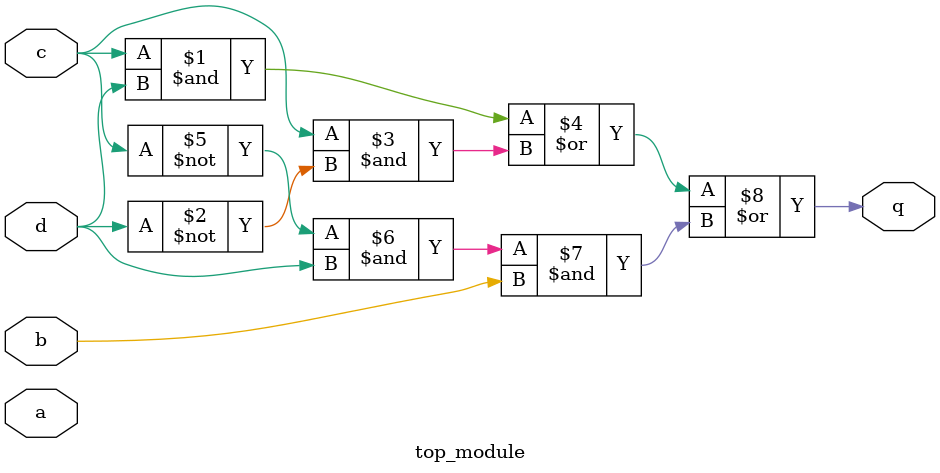
<source format=sv>
module top_module (
    input wire a,
    input wire b,
    input wire c,
    input wire d,
    output wire q
);

    assign q = (c & d) | (c & ~d) | (~c & d & b);

endmodule

</source>
